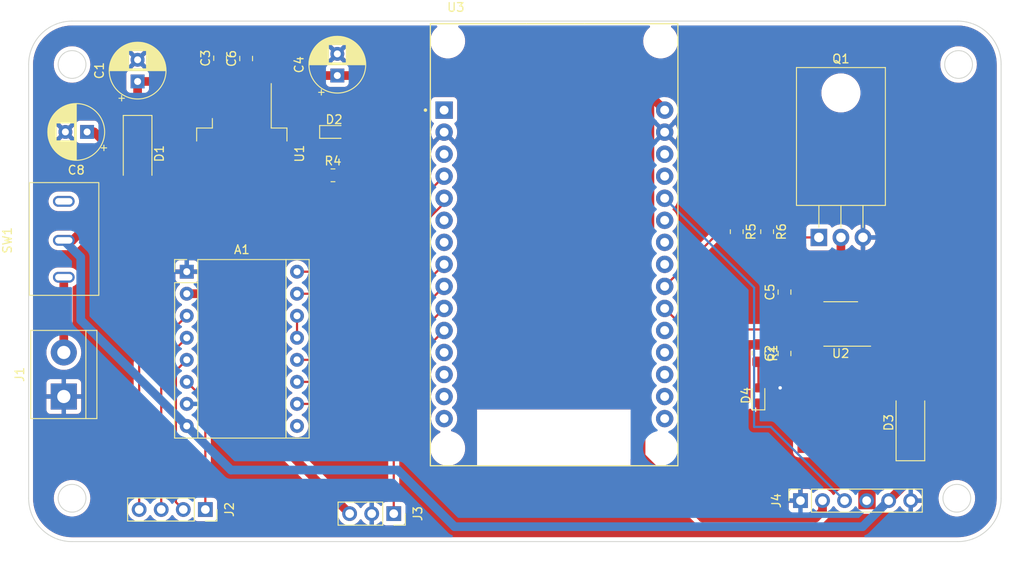
<source format=kicad_pcb>
(kicad_pcb (version 20211014) (generator pcbnew)
  (layers (0 "F.Cu" signal) (31 "B.Cu" signal) (34 "B.Paste" user) (35 "F.Paste" user) (36 "B.SilkS" user "B.Silkscreen") (37 "F.SilkS" user "F.Silkscreen") (38 "B.Mask" user) (39 "F.Mask" user) (44 "Edge.Cuts" user))
  (net 0 "")
  (net 1 "GND")
  (net 2 "+5V")
  (net 3 "Net-(A1-Pad3)")
  (net 4 "Net-(A1-Pad4)")
  (net 5 "Net-(A1-Pad5)")
  (net 6 "Net-(A1-Pad6)")
  (net 7 "+12V")
  (net 9 "Net-(A1-Pad13)")
  (net 10 "STEP")
  (net 11 "DIR")
  (net 12 "Net-(C1-Pad1)")
  (net 13 "currentSensor")
  (net 14 "currentSignal")
  (net 15 "Net-(D2-Pad2)")
  (net 16 "pwmSignal")
  (net 17 "Hall Sensor")
  (net 18 "ServoSignal")
  (net 19 "Net-(Q1-Pad1)")
  (net 20 "Net-(C5-Pad1)")
  (net 21 "Net-(U3-Pad22)")
  (net 26 "m1")
  (net 27 "m2")
  (net 28 "m3")
  (net 43 "Net-(D4-Pad2)")
  (net 44 "Net-(J1-Pad2)")
  (footprint "Resistor_SMD:R_0805_2012Metric_Pad1.20x1.40mm_HandSolder" (layer "F.Cu") (at 100.05 62.775)
    (fp_text reference "R4" (at 0 -1.65) (layer "F.SilkS"))
    (fp_text value "1K")
    (pad "1" smd roundrect (at -1 0) (size 1.2 1.4) (layers "F.Cu" "F.Paste" "F.Mask") (roundrect_rratio 0.2083333333) (net 2 "+5V"))
    (pad "2" smd roundrect (at 1 0) (size 1.2 1.4) (layers "F.Cu" "F.Paste" "F.Mask") (roundrect_rratio 0.2083333333) (net 15 "Net-(D2-Pad2)"))
  )
  (footprint "Capacitor_SMD:C_0805_2012Metric_Pad1.18x1.45mm_HandSolder" (layer "F.Cu") (at 152.05 76.2375 90)
    (fp_text reference "C5" (at 0 -1.68 90) (layer "F.SilkS"))
    (fp_text value "1nF")
    (pad "1" smd roundrect (at -1.0375 0 90) (size 1.175 1.45) (layers "F.Cu" "F.Paste" "F.Mask") (roundrect_rratio 0.2127659574) (net 20 "Net-(C5-Pad1)"))
    (pad "2" smd roundrect (at 1.0375 0 90) (size 1.175 1.45) (layers "F.Cu" "F.Paste" "F.Mask") (roundrect_rratio 0.2127659574) (net 1 "GND"))
  )
  (footprint "Capacitor_THT:CP_Radial_D6.3mm_P2.50mm" (layer "F.Cu") (at 100.55 51.275 90)
    (fp_text reference "C4" (at 1.25 -4.4 90) (layer "F.SilkS"))
    (fp_text value "100uF")
    (pad "1" thru_hole rect (at 0 0 90) (size 1.6 1.6) (drill 0.8) (layers *.Cu *.Mask) (net 2 "+5V"))
    (pad "2" thru_hole circle (at 2.5 0 90) (size 1.6 1.6) (drill 0.8) (layers *.Cu *.Mask) (net 1 "GND"))
  )
  (footprint "Resistor_SMD:R_0805_2012Metric_Pad1.20x1.40mm_HandSolder" (layer "F.Cu") (at 146.55 69.275 -90)
    (fp_text reference "R5" (at 0 -1.65 90) (layer "F.SilkS"))
    (fp_text value "220")
    (pad "1" smd roundrect (at -1 0 270) (size 1.2 1.4) (layers "F.Cu" "F.Paste" "F.Mask") (roundrect_rratio 0.2083333333) (net 21 "Net-(U3-Pad22)"))
    (pad "2" smd roundrect (at 1 0 270) (size 1.2 1.4) (layers "F.Cu" "F.Paste" "F.Mask") (roundrect_rratio 0.2083333333) (net 19 "Net-(Q1-Pad1)"))
  )
  (footprint "Diode_SMD:D_SMA_Handsoldering" (layer "F.Cu") (at 166.55 91.275 90)
    (fp_text reference "D3" (at 0 -2.5 90) (layer "F.SilkS"))
    (fp_text value "1N4001")
    (pad "1" smd rect (at -2.5 0 90) (size 3.5 1.8) (layers "F.Cu" "F.Paste" "F.Mask") (net 7 "+12V"))
    (pad "2" smd rect (at 2.5 0 90) (size 3.5 1.8) (layers "F.Cu" "F.Paste" "F.Mask") (net 16 "pwmSignal"))
  )
  (footprint "Package_TO_SOT_SMD:TO-263-3_TabPin2" (layer "F.Cu") (at 89.55 60.275 -90)
    (fp_text reference "U1" (at 0 -6.65 90) (layer "F.SilkS"))
    (fp_text value "LM1085-5.0")
    (pad "1" smd rect (at -5.775 -2.54 270) (size 4.6 1.1) (layers "F.Cu" "F.Paste" "F.Mask") (net 1 "GND"))
    (pad "2" smd rect (at 3.375 0 270) (size 9.4 10.8) (layers "F.Cu" "F.Mask") (net 2 "+5V"))
    (pad "2" smd rect (at -5.775 0 270) (size 4.6 1.1) (layers "F.Cu" "F.Paste" "F.Mask") (net 2 "+5V"))
    (pad "3" smd rect (at -5.775 2.54 270) (size 4.6 1.1) (layers "F.Cu" "F.Paste" "F.Mask") (net 12 "Net-(C1-Pad1)"))
  )
  (footprint "Resistor_SMD:R_0805_2012Metric_Pad1.20x1.40mm_HandSolder" (layer "F.Cu") (at 149.05 83.275 -90)
    (fp_text reference "R1" (at 0 -1.65 90) (layer "F.SilkS"))
    (fp_text value "1K")
    (pad "1" smd roundrect (at -1 0 270) (size 1.2 1.4) (layers "F.Cu" "F.Paste" "F.Mask") (roundrect_rratio 0.2083333333) (net 2 "+5V"))
    (pad "2" smd roundrect (at 1 0 270) (size 1.2 1.4) (layers "F.Cu" "F.Paste" "F.Mask") (roundrect_rratio 0.2083333333) (net 43 "Net-(D4-Pad2)"))
  )
  (footprint "Capacitor_SMD:C_0805_2012Metric_Pad1.18x1.45mm_HandSolder" (layer "F.Cu") (at 87.05 49.275 90)
    (fp_text reference "C3" (at 0 -1.68 90) (layer "F.SilkS"))
    (fp_text value "100n")
    (pad "1" smd roundrect (at -1.0375 0 90) (size 1.175 1.45) (layers "F.Cu" "F.Paste" "F.Mask") (roundrect_rratio 0.2127659574) (net 12 "Net-(C1-Pad1)"))
    (pad "2" smd roundrect (at 1.0375 0 90) (size 1.175 1.45) (layers "F.Cu" "F.Paste" "F.Mask") (roundrect_rratio 0.2127659574) (net 1 "GND"))
  )
  (footprint "Package_SO:SOIC-8_3.9x4.9mm_P1.27mm" (layer "F.Cu") (at 158.525 79.91 180)
    (fp_text reference "U2" (at 0 -3.4) (layer "F.SilkS"))
    (fp_text value "ACS712")
    (pad "1" smd roundrect (at -2.475 -1.905 180) (size 1.95 0.6) (layers "F.Cu" "F.Paste" "F.Mask") (net 14 "currentSignal"))
    (pad "2" smd roundrect (at -2.475 -0.635 180) (size 1.95 0.6) (layers "F.Cu" "F.Paste" "F.Mask") (net 14 "currentSignal"))
    (pad "3" smd roundrect (at -2.475 0.635 180) (size 1.95 0.6) (layers "F.Cu" "F.Paste" "F.Mask") (net 16 "pwmSignal"))
    (pad "4" smd roundrect (at -2.475 1.905 180) (size 1.95 0.6) (layers "F.Cu" "F.Paste" "F.Mask") (net 16 "pwmSignal"))
    (pad "5" smd roundrect (at 2.475 1.905 180) (size 1.95 0.6) (layers "F.Cu" "F.Paste" "F.Mask") (net 1 "GND"))
    (pad "6" smd roundrect (at 2.475 0.635 180) (size 1.95 0.6) (layers "F.Cu" "F.Paste" "F.Mask") (net 20 "Net-(C5-Pad1)"))
    (pad "7" smd roundrect (at 2.475 -0.635 180) (size 1.95 0.6) (layers "F.Cu" "F.Paste" "F.Mask") (net 13 "currentSensor"))
    (pad "8" smd roundrect (at 2.475 -1.905 180) (size 1.95 0.6) (layers "F.Cu" "F.Paste" "F.Mask") (net 2 "+5V"))
  )
  (footprint "Capacitor_SMD:C_0805_2012Metric_Pad1.18x1.45mm_HandSolder" (layer "F.Cu") (at 152.05 83.3125 90)
    (fp_text reference "C2" (at 0 -1.68 90) (layer "F.SilkS"))
    (fp_text value "100n")
    (pad "1" smd roundrect (at -1.0375 0 90) (size 1.175 1.45) (layers "F.Cu" "F.Paste" "F.Mask") (roundrect_rratio 0.2127659574) (net 1 "GND"))
    (pad "2" smd roundrect (at 1.0375 0 90) (size 1.175 1.45) (layers "F.Cu" "F.Paste" "F.Mask") (roundrect_rratio 0.2127659574) (net 2 "+5V"))
  )
  (footprint "Capacitor_SMD:C_0805_2012Metric_Pad1.18x1.45mm_HandSolder" (layer "F.Cu") (at 90.05 49.3125 90)
    (fp_text reference "C6" (at 0 -1.68 90) (layer "F.SilkS"))
    (fp_text value "100n")
    (pad "1" smd roundrect (at -1.0375 0 90) (size 1.175 1.45) (layers "F.Cu" "F.Paste" "F.Mask") (roundrect_rratio 0.2127659574) (net 2 "+5V"))
    (pad "2" smd roundrect (at 1.0375 0 90) (size 1.175 1.45) (layers "F.Cu" "F.Paste" "F.Mask") (roundrect_rratio 0.2127659574) (net 1 "GND"))
  )
  (footprint "Module:Pololu_Breakout-16_15.2x20.3mm" (layer "F.Cu") (at 83.21 73.885)
    (fp_text reference "A1" (at 6.35 -2.54) (layer "F.SilkS"))
    (fp_text value "MotorDriver")
    (pad "1" thru_hole rect (at 0 0) (size 1.6 1.6) (drill 0.8) (layers *.Cu *.Mask) (net 1 "GND"))
    (pad "2" thru_hole oval (at 0 2.54) (size 1.6 1.6) (drill 0.8) (layers *.Cu *.Mask) (net 2 "+5V"))
    (pad "3" thru_hole oval (at 0 5.08) (size 1.6 1.6) (drill 0.8) (layers *.Cu *.Mask) (net 3 "Net-(A1-Pad3)"))
    (pad "4" thru_hole oval (at 0 7.62) (size 1.6 1.6) (drill 0.8) (layers *.Cu *.Mask) (net 4 "Net-(A1-Pad4)"))
    (pad "5" thru_hole oval (at 0 10.16) (size 1.6 1.6) (drill 0.8) (layers *.Cu *.Mask) (net 5 "Net-(A1-Pad5)"))
    (pad "6" thru_hole oval (at 0 12.7) (size 1.6 1.6) (drill 0.8) (layers *.Cu *.Mask) (net 6 "Net-(A1-Pad6)"))
    (pad "7" thru_hole oval (at 0 15.24) (size 1.6 1.6) (drill 0.8) (layers *.Cu *.Mask) (net 1 "GND"))
    (pad "8" thru_hole oval (at 0 17.78) (size 1.6 1.6) (drill 0.8) (layers *.Cu *.Mask) (net 7 "+12V"))
    (pad "9" thru_hole oval (at 12.7 17.78) (size 1.6 1.6) (drill 0.8) (layers *.Cu *.Mask))
    (pad "10" thru_hole oval (at 12.7 15.24) (size 1.6 1.6) (drill 0.8) (layers *.Cu *.Mask) (net 26 "m1"))
    (pad "11" thru_hole oval (at 12.7 12.7) (size 1.6 1.6) (drill 0.8) (layers *.Cu *.Mask) (net 27 "m2"))
    (pad "12" thru_hole oval (at 12.7 10.16) (size 1.6 1.6) (drill 0.8) (layers *.Cu *.Mask) (net 28 "m3"))
    (pad "13" thru_hole oval (at 12.7 7.62) (size 1.6 1.6) (drill 0.8) (layers *.Cu *.Mask) (net 9 "Net-(A1-Pad13)"))
    (pad "14" thru_hole oval (at 12.7 5.08) (size 1.6 1.6) (drill 0.8) (layers *.Cu *.Mask) (net 9 "Net-(A1-Pad13)"))
    (pad "15" thru_hole oval (at 12.7 2.54) (size 1.6 1.6) (drill 0.8) (layers *.Cu *.Mask) (net 11 "DIR"))
    (pad "16" thru_hole oval (at 12.7 0) (size 1.6 1.6) (drill 0.8) (layers *.Cu *.Mask) (net 10 "STEP"))
  )
  (footprint "Package_TO_SOT_THT:TO-220-3_Horizontal_TabDown" (layer "F.Cu") (at 156.01 69.935)
    (fp_text reference "Q1" (at 2.54 -20.58) (layer "F.SilkS"))
    (fp_text value "IRL540")
    (pad "" np_thru_hole oval (at 2.54 -16.66) (size 3.5 3.5) (drill 3.5) (layers *.Cu *.Mask))
    (pad "1" thru_hole rect (at 0 0) (size 1.905 2) (drill 1.1) (layers *.Cu *.Mask) (net 19 "Net-(Q1-Pad1)"))
    (pad "2" thru_hole oval (at 2.54 0) (size 1.905 2) (drill 1.1) (layers *.Cu *.Mask) (net 16 "pwmSignal"))
    (pad "3" thru_hole oval (at 5.08 0) (size 1.905 2) (drill 1.1) (layers *.Cu *.Mask) (net 1 "GND"))
  )
  (footprint "Capacitor_THT:CP_Radial_D6.3mm_P2.50mm" (layer "F.Cu") (at 77.55 51.95738 90)
    (fp_text reference "C1" (at 1.25 -4.4 90) (layer "F.SilkS"))
    (fp_text value "100uF")
    (pad "1" thru_hole rect (at 0 0 90) (size 1.6 1.6) (drill 0.8) (layers *.Cu *.Mask) (net 12 "Net-(C1-Pad1)"))
    (pad "2" thru_hole circle (at 2.5 0 90) (size 1.6 1.6) (drill 0.8) (layers *.Cu *.Mask) (net 1 "GND"))
  )
  (footprint "ESP32-DEVKIT-V1 (1):MODULE_ESP32_DEVKIT_V1" (layer "F.Cu") (at 125.55 70.775)
    (fp_text reference "U3" (at -11.355 -27.36) (layer "F.SilkS"))
    (fp_text value "ESP32-DEVKIT-V1")
    (pad "" np_thru_hole circle locked (at -12.28 23.475) (size 3 3) (drill 3) (layers *.Cu *.Mask))
    (pad "" np_thru_hole circle locked (at 12.23 -23.475) (size 3 3) (drill 3) (layers *.Cu *.Mask))
    (pad "" np_thru_hole circle locked (at 12.23 23.475) (size 3 3) (drill 3) (layers *.Cu *.Mask))
    (pad "" np_thru_hole circle locked (at -12.28 -23.475) (size 3 3) (drill 3) (layers *.Cu *.Mask))
    (pad "1" thru_hole rect locked (at -12.7 -15.515) (size 2 2) (drill 1.02) (layers *.Cu *.Mask))
    (pad "2" thru_hole circle locked (at -12.7 -12.975) (size 2 2) (drill 1.02) (layers *.Cu *.Mask) (net 1 "GND"))
    (pad "3" thru_hole circle locked (at -12.7 -10.435) (size 2 2) (drill 1.02) (layers *.Cu *.Mask))
    (pad "4" thru_hole circle locked (at -12.7 -7.895) (size 2 2) (drill 1.02) (layers *.Cu *.Mask) (net 10 "STEP"))
    (pad "5" thru_hole circle locked (at -12.7 -5.355) (size 2 2) (drill 1.02) (layers *.Cu *.Mask) (net 11 "DIR"))
    (pad "6" thru_hole circle locked (at -12.7 -2.815) (size 2 2) (drill 1.02) (layers *.Cu *.Mask))
    (pad "7" thru_hole circle locked (at -12.7 -0.275) (size 2 2) (drill 1.02) (layers *.Cu *.Mask))
    (pad "8" thru_hole circle locked (at -12.7 2.265) (size 2 2) (drill 1.02) (layers *.Cu *.Mask) (net 28 "m3"))
    (pad "9" thru_hole circle locked (at -12.7 4.805) (size 2 2) (drill 1.02) (layers *.Cu *.Mask) (net 27 "m2"))
    (pad "10" thru_hole circle locked (at -12.7 7.345) (size 2 2) (drill 1.02) (layers *.Cu *.Mask) (net 26 "m1"))
    (pad "11" thru_hole circle locked (at -12.7 9.885) (size 2 2) (drill 1.02) (layers *.Cu *.Mask) (net 17 "Hall Sensor"))
    (pad "12" thru_hole circle locked (at -12.7 12.425) (size 2 2) (drill 1.02) (layers *.Cu *.Mask))
    (pad "13" thru_hole circle locked (at -12.7 14.965) (size 2 2) (drill 1.02) (layers *.Cu *.Mask))
    (pad "14" thru_hole circle locked (at -12.7 17.505) (size 2 2) (drill 1.02) (layers *.Cu *.Mask))
    (pad "15" thru_hole circle locked (at -12.7 20.045) (size 2 2) (drill 1.02) (layers *.Cu *.Mask))
    (pad "16" thru_hole circle locked (at 12.7 20.045) (size 2 2) (drill 1.02) (layers *.Cu *.Mask))
    (pad "17" thru_hole circle locked (at 12.7 17.505) (size 2 2) (drill 1.02) (layers *.Cu *.Mask))
    (pad "18" thru_hole circle locked (at 12.7 14.965) (size 2 2) (drill 1.02) (layers *.Cu *.Mask))
    (pad "19" thru_hole circle locked (at 12.7 12.425) (size 2 2) (drill 1.02) (layers *.Cu *.Mask))
    (pad "20" thru_hole circle locked (at 12.7 9.885) (size 2 2) (drill 1.02) (layers *.Cu *.Mask))
    (pad "21" thru_hole circle locked (at 12.7 7.345) (size 2 2) (drill 1.02) (layers *.Cu *.Mask) (net 13 "currentSensor"))
    (pad "22" thru_hole circle locked (at 12.7 4.805) (size 2 2) (drill 1.02) (layers *.Cu *.Mask) (net 21 "Net-(U3-Pad22)"))
    (pad "23" thru_hole circle locked (at 12.7 2.265) (size 2 2) (drill 1.02) (layers *.Cu *.Mask))
    (pad "24" thru_hole circle locked (at 12.7 -0.275) (size 2 2) (drill 1.02) (layers *.Cu *.Mask))
    (pad "25" thru_hole circle locked (at 12.7 -2.815) (size 2 2) (drill 1.02) (layers *.Cu *.Mask))
    (pad "26" thru_hole circle locked (at 12.7 -5.355) (size 2 2) (drill 1.02) (layers *.Cu *.Mask) (net 18 "ServoSignal"))
    (pad "27" thru_hole circle locked (at 12.7 -7.895) (size 2 2) (drill 1.02) (layers *.Cu *.Mask))
    (pad "28" thru_hole circle locked (at 12.7 -10.435) (size 2 2) (drill 1.02) (layers *.Cu *.Mask))
    (pad "29" thru_hole circle locked (at 12.7 -12.975) (size 2 2) (drill 1.02) (layers *.Cu *.Mask) (net 1 "GND"))
    (pad "30" thru_hole circle locked (at 12.7 -15.515) (size 2 2) (drill 1.02) (layers *.Cu *.Mask) (net 2 "+5V"))
    (zone (net 0) (net_name "") (layer "F.Cu") (connect_pads (clearance 0)) (min_thickness 0.01)
      (keepout (tracks not_allowed) (vias not_allowed) (pads not_allowed) (copperpour not_allowed) (footprints allowed))
      (fill (thermal_gap 0.508) (thermal_bridge_width 0.508))
      (polygon (pts (xy 116.64 89.76) (xy 134.33 89.76) (xy 134.33 96.25) (xy 116.64 96.25)))
    )
    (zone (net 0) (net_name "") (layer "B.Cu") (connect_pads (clearance 0)) (min_thickness 0.01)
      (keepout (tracks not_allowed) (vias not_allowed) (pads not_allowed) (copperpour not_allowed) (footprints allowed))
      (fill (thermal_gap 0.508) (thermal_bridge_width 0.508))
      (polygon (pts (xy 116.64 89.76) (xy 134.33 89.76) (xy 134.33 96.25) (xy 116.64 96.25)))
    )
  )
  (footprint "TerminalBlock:TerminalBlock_bornier-2_P5.08mm" (layer "F.Cu") (at 69.05 88.275 90)
    (fp_text reference "J1" (at 2.54 -5.08 90) (layer "F.SilkS"))
    (fp_text value "ScrewTerminal")
    (pad "1" thru_hole rect (at 0 0 90) (size 3 3) (drill 1.52) (layers *.Cu *.Mask) (net 1 "GND"))
    (pad "2" thru_hole circle (at 5.08 0 90) (size 3 3) (drill 1.52) (layers *.Cu *.Mask) (net 44 "Net-(J1-Pad2)"))
  )
  (footprint "Connector_PinSocket_2.54mm:PinSocket_1x03_P2.54mm_Vertical" (layer "F.Cu") (at 107.05 101.775 -90)
    (fp_text reference "J3" (at 0 -2.77 90) (layer "F.SilkS"))
    (fp_text value "Hall Sensor Connector")
    (pad "1" thru_hole rect (at 0 0 270) (size 1.7 1.7) (drill 1) (layers *.Cu *.Mask) (net 17 "Hall Sensor"))
    (pad "2" thru_hole oval (at 0 2.54 270) (size 1.7 1.7) (drill 1) (layers *.Cu *.Mask) (net 1 "GND"))
    (pad "3" thru_hole oval (at 0 5.08 270) (size 1.7 1.7) (drill 1) (layers *.Cu *.Mask) (net 2 "+5V"))
  )
  (footprint "Resistor_SMD:R_0805_2012Metric_Pad1.20x1.40mm_HandSolder" (layer "F.Cu") (at 150.05 69.275 -90)
    (fp_text reference "R6" (at 0 -1.65 90) (layer "F.SilkS"))
    (fp_text value "47K")
    (pad "1" smd roundrect (at -1 0 270) (size 1.2 1.4) (layers "F.Cu" "F.Paste" "F.Mask") (roundrect_rratio 0.2083333333) (net 1 "GND"))
    (pad "2" smd roundrect (at 1 0 270) (size 1.2 1.4) (layers "F.Cu" "F.Paste" "F.Mask") (roundrect_rratio 0.2083333333) (net 19 "Net-(Q1-Pad1)"))
  )
  (footprint "Diode_SMD:D_0603_1608Metric_Pad1.05x0.95mm_HandSolder" (layer "F.Cu") (at 149.05 88.15 90)
    (fp_text reference "D4" (at 0 -1.43 90) (layer "F.SilkS"))
    (fp_text value "LED")
    (pad "1" smd roundrect (at -0.875 0 90) (size 1.05 0.95) (layers "F.Cu" "F.Paste" "F.Mask") (net 1 "GND"))
    (pad "2" smd roundrect (at 0.875 0 90) (size 1.05 0.95) (layers "F.Cu" "F.Paste" "F.Mask") (net 43 "Net-(D4-Pad2)"))
  )
  (footprint "Connector_PinSocket_2.54mm:PinSocket_1x06_P2.54mm_Vertical" (layer "F.Cu") (at 153.89 100.275 90)
    (fp_text reference "J4" (at 0 -2.77 90) (layer "F.SilkS"))
    (fp_text value "SlipRingConnections")
    (pad "1" thru_hole rect (at 0 0 90) (size 1.7 1.7) (drill 1) (layers *.Cu *.Mask) (net 1 "GND"))
    (pad "2" thru_hole oval (at 0 2.54 90) (size 1.7 1.7) (drill 1) (layers *.Cu *.Mask) (net 2 "+5V"))
    (pad "3" thru_hole oval (at 0 5.08 90) (size 1.7 1.7) (drill 1) (layers *.Cu *.Mask) (net 18 "ServoSignal"))
    (pad "4" thru_hole oval (at 0 7.62 90) (size 1.7 1.7) (drill 1) (layers *.Cu *.Mask) (net 14 "currentSignal"))
    (pad "5" thru_hole oval (at 0 10.16 90) (size 1.7 1.7) (drill 1) (layers *.Cu *.Mask) (net 7 "+12V"))
    (pad "6" thru_hole oval (at 0 12.7 90) (size 1.7 1.7) (drill 1) (layers *.Cu *.Mask) (net 1 "GND"))
  )
  (footprint "Diode_SMD:D_SMA_Handsoldering" (layer "F.Cu") (at 77.55 60.275 -90)
    (fp_text reference "D1" (at 0 -2.5 90) (layer "F.SilkS"))
    (fp_text value "1N4004")
    (pad "1" smd rect (at -2.5 0 270) (size 3.5 1.8) (layers "F.Cu" "F.Paste" "F.Mask") (net 12 "Net-(C1-Pad1)"))
    (pad "2" smd rect (at 2.5 0 270) (size 3.5 1.8) (layers "F.Cu" "F.Paste" "F.Mask") (net 7 "+12V"))
  )
  (footprint "Capacitor_THT:CP_Radial_D6.3mm_P2.50mm" (layer "F.Cu") (at 71.732379 57.775 180)
    (fp_text reference "C8" (at 1.25 -4.4) (layer "F.SilkS"))
    (fp_text value "100uF")
    (pad "1" thru_hole rect (at 0 0 180) (size 1.6 1.6) (drill 0.8) (layers *.Cu *.Mask) (net 7 "+12V"))
    (pad "2" thru_hole circle (at 2.5 0 180) (size 1.6 1.6) (drill 0.8) (layers *.Cu *.Mask) (net 1 "GND"))
  )
  (footprint "switches:mts102" (layer "F.Cu") (at 69.05 70.275 90)
    (fp_text reference "SW1" (at 0 -6.5 90 unlocked) (layer "F.SilkS"))
    (fp_text value "Switch")
    (pad "1" thru_hole oval (at -4.25 0 180) (size 2.5 1.25) (drill oval 2 0.75) (layers *.Cu *.Mask) (net 44 "Net-(J1-Pad2)"))
    (pad "2" thru_hole oval (at 0 0 180) (size 2.5 1.25) (drill oval 2 0.75) (layers *.Cu *.Mask) (net 7 "+12V"))
    (pad "3" thru_hole oval (at 4.5 0 180) (size 2.5 1.25) (drill oval 2 0.75) (layers *.Cu *.Mask))
  )
  (footprint "Connector_PinSocket_2.54mm:PinSocket_1x04_P2.54mm_Vertical" (layer "F.Cu") (at 85.35 101.3 -90)
    (fp_text reference "J2" (at 0 -2.77 90) (layer "F.SilkS"))
    (fp_text value "MotorPins")
    (pad "1" thru_hole rect (at 0 0 270) (size 1.7 1.7) (drill 1) (layers *.Cu *.Mask) (net 6 "Net-(A1-Pad6)"))
    (pad "2" thru_hole oval (at 0 2.54 270) (size 1.7 1.7) (drill 1) (layers *.Cu *.Mask) (net 5 "Net-(A1-Pad5)"))
    (pad "3" thru_hole oval (at 0 5.08 270) (size 1.7 1.7) (drill 1) (layers *.Cu *.Mask) (net 4 "Net-(A1-Pad4)"))
    (pad "4" thru_hole oval (at 0 7.62 270) (size 1.7 1.7) (drill 1) (layers *.Cu *.Mask) (net 3 "Net-(A1-Pad3)"))
  )
  (footprint "Diode_SMD:D_0603_1608Metric_Pad1.05x0.95mm_HandSolder" (layer "F.Cu") (at 100.175 57.775)
    (fp_text reference "D2" (at 0 -1.43) (layer "F.SilkS"))
    (fp_text value "LED")
    (pad "1" smd roundrect (at -0.875 0) (size 1.05 0.95) (layers "F.Cu" "F.Paste" "F.Mask") (net 1 "GND"))
    (pad "2" smd roundrect (at 0.875 0) (size 1.05 0.95) (layers "F.Cu" "F.Paste" "F.Mask") (net 15 "Net-(D2-Pad2)"))
  )
  (gr_line (start 177 50) (end 177 100) (layer "Edge.Cuts") (width 0.1))
  (gr_arc (start 177 100) (mid 175.535534 103.535534) (end 172 105) (layer "Edge.Cuts") (width 0.1))
  (gr_circle (center 171.9 100) (end 170.3 100) (layer "Edge.Cuts") (width 0.1) (fill none))
  (gr_circle (center 70 100) (end 68.4 100) (layer "Edge.Cuts") (width 0.1) (fill none))
  (gr_line (start 65 100) (end 65 50) (layer "Edge.Cuts") (width 0.1))
  (gr_line (start 172 105) (end 70 105) (layer "Edge.Cuts") (width 0.1))
  (gr_arc (start 70 105) (mid 66.464466 103.535534) (end 65 100) (layer "Edge.Cuts") (width 0.1))
  (gr_arc (start 172 45) (mid 175.535534 46.464466) (end 177 50) (layer "Edge.Cuts") (width 0.1))
  (gr_circle (center 70 50) (end 71.6 50) (layer "Edge.Cuts") (width 0.1) (fill none))
  (gr_arc (start 65 50) (mid 66.464466 46.464466) (end 70 45) (layer "Edge.Cuts") (width 0.1))
  (gr_line (start 70 45) (end 172 45) (layer "Edge.Cuts") (width 0.1))
  (gr_circle (center 172.1 50) (end 170.5 50) (layer "Edge.Cuts") (width 0.1) (fill none))
  (via (at 151.55 87.275) (size 0.8) (drill 0.4) (layers "F.Cu" "B.Cu") (net 1))
  (segment (start 156.05 81.815) (end 152.51 81.815) (width 1) (layer "F.Cu") (net 2))
  (segment (start 147.65048 88.619576) (end 147.65048 82.67452) (width 1) (layer "F.Cu") (net 2))
  (segment (start 155.632081 102.275) (end 156.43 101.477081) (width 1) (layer "F.Cu") (net 2))
  (segment (start 98.175 63.65) (end 99.05 62.775) (width 1) (layer "F.Cu") (net 2))
  (segment (start 101.97 101.775) (end 89.55 89.355) (width 1) (layer "F.Cu") (net 2))
  (segment (start 135.530479 70.2955) (end 135.530479 95.181783) (width 1) (layer "F.Cu") (net 2))
  (segment (start 135.530479 95.181783) (end 139.836848 99.488152) (width 1) (layer "F.Cu") (net 2))
  (segment (start 136.550489 54.274511) (end 136.550489 69.27549) (width 1) (layer "F.Cu") (net 2))
  (segment (start 147.65048 82.67452) (end 148.05 82.275) (width 1) (layer "F.Cu") (net 2))
  (segment (start 152.05 82.275) (end 149.05 82.275) (width 1) (layer "F.Cu") (net 2))
  (segment (start 136.9075 53.9175) (end 138.25 55.26) (width 1) (layer "F.Cu") (net 2))
  (segment (start 89.55 76.775) (end 89.55 63.65) (width 1) (layer "F.Cu") (net 2))
  (segment (start 90.975 51.275) (end 90.05 50.35) (width 1) (layer "F.Cu") (net 2))
  (segment (start 89.55 54.5) (end 89.55 50.85) (width 1) (layer "F.Cu") (net 2))
  (segment (start 139.836848 96.433208) (end 147.65048 88.619576) (width 1) (layer "F.Cu") (net 2))
  (segment (start 100.55 51.275) (end 134.265 51.275) (width 1) (layer "F.Cu") (net 2))
  (segment (start 156.43 101.477081) (end 156.43 100.275) (width 1) (layer "F.Cu") (net 2))
  (segment (start 152.51 81.815) (end 152.05 82.275) (width 1) (layer "F.Cu") (net 2))
  (segment (start 142.623696 102.275) (end 155.632081 102.275) (width 1) (layer "F.Cu") (net 2))
  (segment (start 83.21 76.425) (end 89.2 76.425) (width 1) (layer "F.Cu") (net 2))
  (segment (start 139.836848 99.488152) (end 142.623696 102.275) (width 1) (layer "F.Cu") (net 2))
  (segment (start 100.55 51.275) (end 90.975 51.275) (width 1) (layer "F.Cu") (net 2))
  (segment (start 89.55 89.355) (end 89.55 76.775) (width 1) (layer "F.Cu") (net 2))
  (segment (start 148.05 82.275) (end 149.05 82.275) (width 1) (layer "F.Cu") (net 2))
  (segment (start 89.55 50.85) (end 90.05 50.35) (width 1) (layer "F.Cu") (net 2))
  (segment (start 139.836848 99.488152) (end 139.836848 96.433208) (width 1) (layer "F.Cu") (net 2))
  (segment (start 134.265 51.275) (end 136.9075 53.9175) (width 1) (layer "F.Cu") (net 2))
  (segment (start 89.55 63.65) (end 98.175 63.65) (width 1) (layer "F.Cu") (net 2))
  (segment (start 136.9075 53.9175) (end 136.550489 54.274511) (width 1) (layer "F.Cu") (net 2))
  (segment (start 89.2 76.425) (end 89.55 76.775) (width 1) (layer "F.Cu") (net 2))
  (segment (start 136.550489 69.27549) (end 135.530479 70.2955) (width 1) (layer "F.Cu") (net 2))
  (segment (start 77.73 84.445) (end 83.21 78.965) (width 0.25) (layer "F.Cu") (net 3))
  (segment (start 77.73 101.3) (end 77.73 84.445) (width 0.25) (layer "F.Cu") (net 3))
  (segment (start 80.27 84.445) (end 83.21 81.505) (width 0.25) (layer "F.Cu") (net 4))
  (segment (start 80.27 101.3) (end 80.27 84.445) (width 0.25) (layer "F.Cu") (net 4))
  (segment (start 82.81 101.3) (end 81.96 100.45) (width 0.25) (layer "F.Cu") (net 5))
  (segment (start 81.96 100.45) (end 81.96 85.295) (width 0.25) (layer "F.Cu") (net 5))
  (segment (start 81.96 85.295) (end 83.21 84.045) (width 0.25) (layer "F.Cu") (net 5))
  (segment (start 85.35 101.3) (end 85.35 88.725) (width 0.25) (layer "F.Cu") (net 6))
  (segment (start 85.35 88.725) (end 83.21 86.585) (width 0.25) (layer "F.Cu") (net 6))
  (segment (start 166.55 97.775) (end 164.05 100.275) (width 1) (layer "F.Cu") (net 7))
  (segment (start 71.732379 57.775) (end 72.55 57.775) (width 1) (layer "F.Cu") (net 7))
  (segment (start 166.55 93.775) (end 166.55 97.775) (width 1) (layer "F.Cu") (net 7))
  (segment (start 69.05 70.275) (end 70.05 70.275) (width 1) (layer "F.Cu") (net 7))
  (segment (start 72.55 57.775) (end 77.55 62.775) (width 1) (layer "F.Cu") (net 7))
  (segment (start 70.05 70.275) (end 77.55 62.775) (width 1) (layer "F.Cu") (net 7))
  (segment (start 70.99952 79.45452) (end 70.99952 72.22452) (width 1) (layer "B.Cu") (net 7))
  (segment (start 70.99952 72.22452) (end 69.05 70.275) (width 1) (layer "B.Cu") (net 7))
  (segment (start 114.05 103.275) (end 107.52502 96.75002) (width 1) (layer "B.Cu") (net 7))
  (segment (start 164.05 100.275) (end 161.05 103.275) (width 1) (layer "B.Cu") (net 7))
  (segment (start 88.29502 96.75002) (end 83.21 91.665) (width 1) (layer "B.Cu") (net 7))
  (segment (start 107.52502 96.75002) (end 88.29502 96.75002) (width 1) (layer "B.Cu") (net 7))
  (segment (start 83.21 91.665) (end 70.99952 79.45452) (width 1) (layer "B.Cu") (net 7))
  (segment (start 161.05 103.275) (end 114.05 103.275) (width 1) (layer "B.Cu") (net 7))
  (segment (start 95.91 78.965) (end 95.91 81.505) (width 0.25) (layer "F.Cu") (net 9))
  (segment (start 101.845 73.885) (end 112.85 62.88) (width 0.25) (layer "F.Cu") (net 10))
  (segment (start 95.91 73.885) (end 101.845 73.885) (width 0.25) (layer "F.Cu") (net 10))
  (segment (start 112.85 65.975) (end 102.4 76.425) (width 0.25) (layer "F.Cu") (net 11))
  (segment (start 102.4 76.425) (end 95.91 76.425) (width 0.25) (layer "F.Cu") (net 11))
  (segment (start 112.85 65.42) (end 112.85 65.975) (width 0.25) (layer "F.Cu") (net 11))
  (segment (start 87.05 50.3125) (end 87.05 54.46) (width 1) (layer "F.Cu") (net 12))
  (segment (start 77.55 51.95738) (end 84.46738 51.95738) (width 1) (layer "F.Cu") (net 12))
  (segment (start 77.55 57.775) (end 77.55 51.95738) (width 1) (layer "F.Cu") (net 12))
  (segment (start 87.05 54.46) (end 87.01 54.5) (width 1) (layer "F.Cu") (net 12))
  (segment (start 84.46738 51.95738) (end 87.01 54.5) (width 1) (layer "F.Cu") (net 12))
  (segment (start 140.675 80.545) (end 138.25 78.12) (width 0.25) (layer "F.Cu") (net 13))
  (segment (start 156.05 80.545) (end 140.675 80.545) (width 0.25) (layer "F.Cu") (net 13))
  (segment (start 101.05 57.775) (end 101.05 62.775) (width 0.25) (layer "F.Cu") (net 15))
  (segment (start 158.55 75.555) (end 161 78.005) (width 1) (layer "F.Cu") (net 16))
  (segment (start 161 78.725) (end 166 78.725) (width 1) (layer "F.Cu") (net 16))
  (segment (start 166.55 79.275) (end 166.55 88.775) (width 1) (layer "F.Cu") (net 16))
  (segment (start 161 78.725) (end 161 79.275) (width 1) (layer "F.Cu") (net 16))
  (segment (start 166 78.725) (end 166.55 79.275) (width 1) (layer "F.Cu") (net 16))
  (segment (start 158.55 69.935) (end 158.55 75.555) (width 1) (layer "F.Cu") (net 16))
  (segment (start 161 78.005) (end 161 78.725) (width 1) (layer "F.Cu") (net 16))
  (segment (start 112.85 80.66) (end 107.05 86.46) (width 0.25) (layer "F.Cu") (net 17))
  (segment (start 107.05 86.46) (end 107.05 101.775) (width 0.25) (layer "F.Cu") (net 17))
  (segment (start 150.47 91.775) (end 148.55 91.775) (width 0.25) (layer "B.Cu") (net 18))
  (segment (start 148.55 75.72) (end 138.25 65.42) (width 0.25) (layer "B.Cu") (net 18))
  (segment (start 158.97 100.275) (end 150.47 91.775) (width 0.25) (layer "B.Cu") (net 18))
  (segment (start 148.55 91.775) (end 148.55 75.72) (width 0.25) (layer "B.Cu") (net 18))
  (segment (start 150.05 70.275) (end 146.55 70.275) (width 0.25) (layer "F.Cu") (net 19))
  (segment (start 156.01 69.935) (end 150.39 69.935) (width 0.25) (layer "F.Cu") (net 19))
  (segment (start 150.39 69.935) (end 150.05 70.275) (width 0.25) (layer "F.Cu") (net 19))
  (segment (start 154.05 79.275) (end 156.05 79.275) (width 0.25) (layer "F.Cu") (net 20))
  (segment (start 152.05 77.275) (end 154.05 79.275) (width 0.25) (layer "F.Cu") (net 20))
  (segment (start 145.555 68.275) (end 138.25 75.58) (width 0.25) (layer "F.Cu") (net 21))
  (segment (start 146.55 68.275) (end 145.555 68.275) (width 0.25) (layer "F.Cu") (net 21))
  (segment (start 95.91 89.125) (end 101.845 89.125) (width 0.25) (layer "F.Cu") (net 26))
  (segment (start 101.845 89.125) (end 112.85 78.12) (width 0.25) (layer "F.Cu") (net 26))
  (segment (start 95.91 86.585) (end 101.845 86.585) (width 0.25) (layer "F.Cu") (net 27))
  (segment (start 101.845 86.585) (end 112.85 75.58) (width 0.25) (layer "F.Cu") (net 27))
  (segment (start 95.91 84.045) (end 101.845 84.045) (width 0.25) (layer "F.Cu") (net 28))
  (segment (start 101.845 84.045) (end 112.85 73.04) (width 0.25) (layer "F.Cu") (net 28))
  (segment (start 149.05 84.275) (end 149.05 87.275) (width 0.25) (layer "F.Cu") (net 43))
  (segment (start 69.05 83.195) (end 69.05 74.525) (width 1) (layer "F.Cu") (net 44))
  (zone (net 1) (net_name "GND") (layers F&B.Cu) (connect_pads (clearance 0.508)) (min_thickness 0.254) (fill yes (thermal_gap 0.508) (thermal_bridge_width 0.508))
    (polygon (pts (xy 179.05 107.375) (xy 63.45 107.175) (xy 63.35 43.475) (xy 179.65 43.075)))
  )
  (zone (net 14) (net_name "currentSignal") (layer "F.Cu") (priority 2) (connect_pads yes (clearance 0.508)) (min_thickness 0.254) (fill yes (thermal_gap 0.508) (thermal_bridge_width 0.508))
    (polygon (pts (xy 162.55 101.275) (xy 160.55 101.275) (xy 160.55 94.775) (xy 153.55 94.775) (xy 153.55 86.775) (xy 158.55 86.775) (xy 158.55 83.775) (xy 158.525 80.275) (xy 162.55 80.275)))
  )
)
</source>
